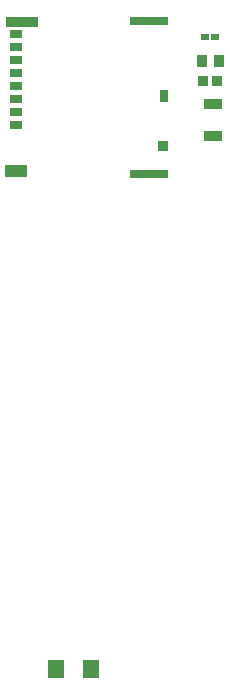
<source format=gbr>
%TF.GenerationSoftware,Altium Limited,Altium Designer,20.0.9 (164)*%
G04 Layer_Color=8421504*
%FSLAX26Y26*%
%MOIN*%
%TF.FileFunction,Paste,Top*%
%TF.Part,Single*%
G01*
G75*
%TA.AperFunction,SMDPad,CuDef*%
%ADD10R,0.055118X0.059055*%
%ADD11R,0.033465X0.035433*%
%ADD12R,0.025984X0.024409*%
%ADD13R,0.037402X0.041339*%
%TA.AperFunction,ConnectorPad*%
%ADD14R,0.043307X0.027559*%
%ADD15R,0.110236X0.033858*%
%ADD16R,0.129921X0.027559*%
%ADD17R,0.072047X0.044882*%
%ADD18R,0.030709X0.041339*%
%ADD19R,0.036614X0.035433*%
%TA.AperFunction,SMDPad,CuDef*%
%ADD20R,0.062992X0.035433*%
D10*
X1215945Y730000D02*
D03*
X1334055D02*
D03*
D11*
X1752638Y2690000D02*
D03*
X1707362D02*
D03*
D12*
X1747323Y2835000D02*
D03*
X1712677D02*
D03*
D13*
X1701457Y2755000D02*
D03*
X1758543D02*
D03*
D14*
X1083150Y2844449D02*
D03*
Y2801142D02*
D03*
Y2757835D02*
D03*
Y2714528D02*
D03*
Y2671220D02*
D03*
Y2627914D02*
D03*
Y2584606D02*
D03*
Y2541299D02*
D03*
D15*
X1102835Y2886969D02*
D03*
D16*
X1527244Y2890118D02*
D03*
Y2379882D02*
D03*
D17*
X1083740Y2388543D02*
D03*
D18*
X1576850Y2638740D02*
D03*
D19*
X1573898Y2470827D02*
D03*
D20*
X1740000Y2506850D02*
D03*
Y2613150D02*
D03*
%TF.MD5,a4c7b3c5328c35d28a95f2cba9d44965*%
M02*

</source>
